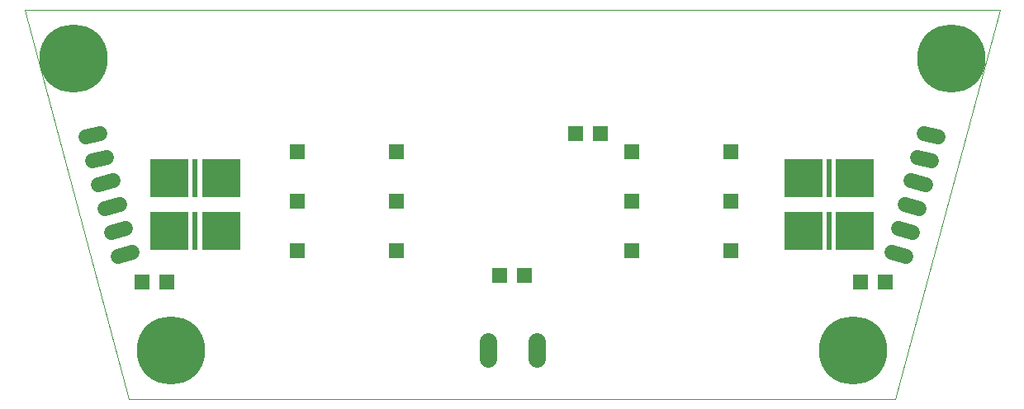
<source format=gts>
G75*
%MOIN*%
%OFA0B0*%
%FSLAX24Y24*%
%IPPOS*%
%LPD*%
%AMOC8*
5,1,8,0,0,1.08239X$1,22.5*
%
%ADD10C,0.0000*%
%ADD11C,0.0705*%
%ADD12R,0.0591X0.0591*%
%ADD13R,0.1575X0.1575*%
%ADD14R,0.0236X0.1575*%
%ADD15C,0.0600*%
%ADD16C,0.2756*%
D10*
X015374Y006799D02*
X011142Y022547D01*
X050512Y022547D01*
X046280Y006799D01*
X015374Y006799D01*
D11*
X029843Y008446D02*
X029843Y009151D01*
X031811Y009151D02*
X031811Y008446D01*
D12*
X031327Y011799D03*
X030327Y011799D03*
X026142Y012799D03*
X026142Y014799D03*
X026142Y016799D03*
X022142Y016799D03*
X022142Y014799D03*
X022142Y012799D03*
X016892Y011549D03*
X015892Y011549D03*
X033392Y017549D03*
X034392Y017549D03*
X035642Y016799D03*
X035642Y014799D03*
X035642Y012799D03*
X039642Y012799D03*
X039642Y014799D03*
X039642Y016799D03*
X044892Y011549D03*
X045892Y011549D03*
D13*
X044666Y013610D03*
X042579Y013610D03*
X042579Y015736D03*
X044666Y015736D03*
X019075Y015736D03*
X016988Y015736D03*
X016988Y013610D03*
X019075Y013610D03*
D14*
X018032Y013610D03*
X018032Y015736D03*
X043622Y015736D03*
X043622Y013610D03*
D15*
X046158Y012724D02*
X046737Y012569D01*
X046996Y013535D02*
X046417Y013690D01*
X046675Y014656D02*
X047255Y014500D01*
X047514Y015466D02*
X046934Y015622D01*
X047193Y016588D02*
X047773Y016432D01*
X048032Y017398D02*
X047452Y017554D01*
X015496Y012724D02*
X014917Y012569D01*
X014658Y013535D02*
X015237Y013690D01*
X014979Y014656D02*
X014399Y014500D01*
X014140Y015466D02*
X014720Y015622D01*
X014461Y016588D02*
X013881Y016432D01*
X013623Y017398D02*
X014202Y017554D01*
D16*
X013110Y020578D03*
X017048Y008767D03*
X044607Y008767D03*
X048544Y020578D03*
M02*

</source>
